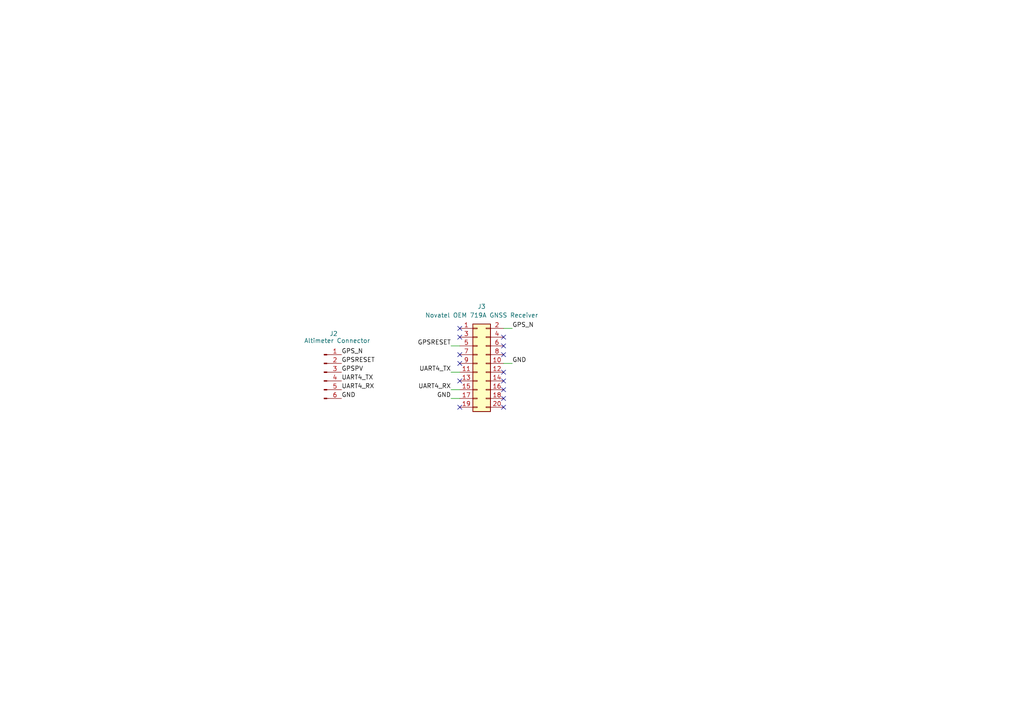
<source format=kicad_sch>
(kicad_sch (version 20250114) (generator "eeschema") (generator_version "9.0")
  (paper "A4")
  (lib_symbols
    (symbol "Connector:Conn_01x06_Pin" (pin_names (offset 1.016) (hide yes))
      (property "Reference" "J" (at 0 7.62 0))
      (property "Value" "Conn_01x06_Pin" (at 0 -10.16 0))
      (symbol "Conn_01x06_Pin_1_1"
        (rectangle (start 0.8636 5.207) (end 0 4.953) (stroke (width 0.1524)) (fill (type outline)))
        (rectangle (start 0.8636 2.667) (end 0 2.413) (stroke (width 0.1524)) (fill (type outline)))
        (rectangle (start 0.8636 0.127) (end 0 -0.127) (stroke (width 0.1524)) (fill (type outline)))
        (rectangle (start 0.8636 -2.413) (end 0 -2.667) (stroke (width 0.1524)) (fill (type outline)))
        (rectangle (start 0.8636 -4.953) (end 0 -5.207) (stroke (width 0.1524)) (fill (type outline)))
        (rectangle (start 0.8636 -7.493) (end 0 -7.747) (stroke (width 0.1524)) (fill (type outline)))
        (polyline (pts (xy 1.27 5.08) (xy 0.8636 5.08)) (stroke (width 0.1524)))
        (polyline (pts (xy 1.27 2.54) (xy 0.8636 2.54)) (stroke (width 0.1524)))
        (polyline (pts (xy 1.27 0) (xy 0.8636 0)) (stroke (width 0.1524)))
        (polyline (pts (xy 1.27 -2.54) (xy 0.8636 -2.54)) (stroke (width 0.1524)))
        (polyline (pts (xy 1.27 -5.08) (xy 0.8636 -5.08)) (stroke (width 0.1524)))
        (polyline (pts (xy 1.27 -7.62) (xy 0.8636 -7.62)) (stroke (width 0.1524)))
        (pin passive line (at 5.08 5.08 180) (length 3.81) (name "Pin_1") (number "1"))
        (pin passive line (at 5.08 2.54 180) (length 3.81) (name "Pin_2") (number "2"))
        (pin passive line (at 5.08 0 180) (length 3.81) (name "Pin_3") (number "3"))
        (pin passive line (at 5.08 -2.54 180) (length 3.81) (name "Pin_4") (number "4"))
        (pin passive line (at 5.08 -5.08 180) (length 3.81) (name "Pin_5") (number "5"))
        (pin passive line (at 5.08 -7.62 180) (length 3.81) (name "Pin_6") (number "6"))
      )
    )
    (symbol "Connector_Generic:Conn_02x10_Odd_Even" (pin_names (offset 1.016) (hide yes))
      (property "Reference" "J" (at 1.27 12.7 0))
      (property "Value" "Conn_02x10_Odd_Even" (at 1.27 -15.24 0))
      (symbol "Conn_02x10_Odd_Even_1_1"
        (rectangle (start -1.27 11.43) (end 3.81 -13.97) (stroke (width 0.254)) (fill (type background)))
        (rectangle (start -1.27 10.287) (end 0 10.033) (stroke (width 0.1524)))
        (rectangle (start -1.27 7.747) (end 0 7.493) (stroke (width 0.1524)))
        (rectangle (start -1.27 5.207) (end 0 4.953) (stroke (width 0.1524)))
        (rectangle (start -1.27 2.667) (end 0 2.413) (stroke (width 0.1524)))
        (rectangle (start -1.27 0.127) (end 0 -0.127) (stroke (width 0.1524)))
        (rectangle (start -1.27 -2.413) (end 0 -2.667) (stroke (width 0.1524)))
        (rectangle (start -1.27 -4.953) (end 0 -5.207) (stroke (width 0.1524)))
        (rectangle (start -1.27 -7.493) (end 0 -7.747) (stroke (width 0.1524)))
        (rectangle (start -1.27 -10.033) (end 0 -10.287) (stroke (width 0.1524)))
        (rectangle (start -1.27 -12.573) (end 0 -12.827) (stroke (width 0.1524)))
        (rectangle (start 3.81 10.287) (end 2.54 10.033) (stroke (width 0.1524)))
        (rectangle (start 3.81 7.747) (end 2.54 7.493) (stroke (width 0.1524)))
        (rectangle (start 3.81 5.207) (end 2.54 4.953) (stroke (width 0.1524)))
        (rectangle (start 3.81 2.667) (end 2.54 2.413) (stroke (width 0.1524)))
        (rectangle (start 3.81 0.127) (end 2.54 -0.127) (stroke (width 0.1524)))
        (rectangle (start 3.81 -2.413) (end 2.54 -2.667) (stroke (width 0.1524)))
        (rectangle (start 3.81 -4.953) (end 2.54 -5.207) (stroke (width 0.1524)))
        (rectangle (start 3.81 -7.493) (end 2.54 -7.747) (stroke (width 0.1524)))
        (rectangle (start 3.81 -10.033) (end 2.54 -10.287) (stroke (width 0.1524)))
        (rectangle (start 3.81 -12.573) (end 2.54 -12.827) (stroke (width 0.1524)))
        (pin passive line (at -5.08 10.16 0) (length 3.81) (name "Pin_1") (number "1"))
        (pin passive line (at -5.08 7.62 0) (length 3.81) (name "Pin_3") (number "3"))
        (pin passive line (at -5.08 5.08 0) (length 3.81) (name "Pin_5") (number "5"))
        (pin passive line (at -5.08 2.54 0) (length 3.81) (name "Pin_7") (number "7"))
        (pin passive line (at -5.08 0 0) (length 3.81) (name "Pin_9") (number "9"))
        (pin passive line (at -5.08 -2.54 0) (length 3.81) (name "Pin_11") (number "11"))
        (pin passive line (at -5.08 -5.08 0) (length 3.81) (name "Pin_13") (number "13"))
        (pin passive line (at -5.08 -7.62 0) (length 3.81) (name "Pin_15") (number "15"))
        (pin passive line (at -5.08 -10.16 0) (length 3.81) (name "Pin_17") (number "17"))
        (pin passive line (at -5.08 -12.7 0) (length 3.81) (name "Pin_19") (number "19"))
        (pin passive line (at 7.62 10.16 180) (length 3.81) (name "Pin_2") (number "2"))
        (pin passive line (at 7.62 7.62 180) (length 3.81) (name "Pin_4") (number "4"))
        (pin passive line (at 7.62 5.08 180) (length 3.81) (name "Pin_6") (number "6"))
        (pin passive line (at 7.62 2.54 180) (length 3.81) (name "Pin_8") (number "8"))
        (pin passive line (at 7.62 0 180) (length 3.81) (name "Pin_10") (number "10"))
        (pin passive line (at 7.62 -2.54 180) (length 3.81) (name "Pin_12") (number "12"))
        (pin passive line (at 7.62 -5.08 180) (length 3.81) (name "Pin_14") (number "14"))
        (pin passive line (at 7.62 -7.62 180) (length 3.81) (name "Pin_16") (number "16"))
        (pin passive line (at 7.62 -10.16 180) (length 3.81) (name "Pin_18") (number "18"))
        (pin passive line (at 7.62 -12.7 180) (length 3.81) (name "Pin_20") (number "20"))
      )
    )
  )
  (no_connect (at 146.05 113.03))
  (no_connect (at 133.35 97.79))
  (no_connect (at 133.35 102.87))
  (no_connect (at 133.35 105.41))
  (no_connect (at 146.05 97.79))
  (no_connect (at 133.35 95.25))
  (no_connect (at 133.35 110.49))
  (no_connect (at 146.05 110.49))
  (no_connect (at 146.05 118.11))
  (no_connect (at 133.35 118.11))
  (no_connect (at 146.05 115.57))
  (no_connect (at 146.05 100.33))
  (no_connect (at 146.05 107.95))
  (no_connect (at 146.05 102.87))
  (wire (pts (xy 130.81 113.03) (xy 133.35 113.03)))
  (wire (pts (xy 130.81 107.95) (xy 133.35 107.95)))
  (wire (pts (xy 130.81 115.57) (xy 133.35 115.57)))
  (wire (pts (xy 146.05 105.41) (xy 148.59 105.41)))
  (wire (pts (xy 146.05 95.25) (xy 148.59 95.25)))
  (wire (pts (xy 130.81 100.33) (xy 133.35 100.33)))
  (label "UART4_TX" (at 130.81 107.95 180))
  (label "UART4_RX" (at 99.06 113.03 0))
  (label "GND" (at 148.59 105.41 0))
  (label "UART4_TX" (at 99.06 110.49 0))
  (label "GPS_N" (at 99.06 102.87 0))
  (label "UART4_RX" (at 130.81 113.03 180))
  (label "GPS_N" (at 148.59 95.25 0))
  (label "GND" (at 130.81 115.57 180))
  (label "GPSPV" (at 99.06 107.95 0))
  (label "GPSRESET" (at 130.81 100.33 180))
  (label "GND" (at 99.06 115.57 0))
  (label "GPSRESET" (at 99.06 105.41 0))
  (symbol (lib_id "Connector:Conn_01x06_Pin") (at 93.98 107.95 0) (unit 1)
    (property "Reference" "J2" (at 96.774 96.774 0))
    (property "Value" "Altimeter Connector" (at 97.79 98.806 0))
    (property "Description" "Generic connector, single row, 01x06, script generated" (effects (hide yes)))
  )
  (symbol (lib_id "Connector_Generic:Conn_02x10_Odd_Even") (at 138.43 105.41 0) (unit 1)
    (property "Reference" "J3" (at 139.7 88.9 0))
    (property "Value" "Novatel OEM 719A GNSS Receiver" (at 139.7 91.44 0))
    (property "Description" "Generic connector, double row, 02x10, odd/even pin numbering scheme (row 1 odd numbers, row 2 even numbers), script generated (kicad-library-utils/schlib/autogen/connector/)" (effects (hide yes)))
  )
)
</source>
